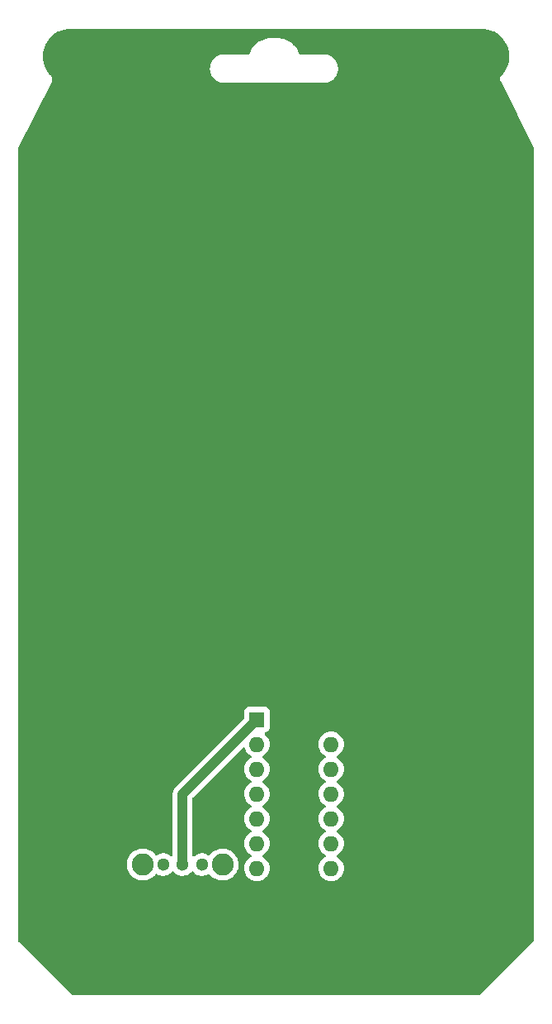
<source format=gbr>
%TF.GenerationSoftware,KiCad,Pcbnew,6.0.9+dfsg-1~bpo11+1*%
%TF.CreationDate,2023-01-21T22:29:26-05:00*%
%TF.ProjectId,cc-19-badge,63632d31-392d-4626-9164-67652e6b6963,rev?*%
%TF.SameCoordinates,Original*%
%TF.FileFunction,Copper,L1,Top*%
%TF.FilePolarity,Positive*%
%FSLAX46Y46*%
G04 Gerber Fmt 4.6, Leading zero omitted, Abs format (unit mm)*
G04 Created by KiCad (PCBNEW 6.0.9+dfsg-1~bpo11+1) date 2023-01-21 22:29:26*
%MOMM*%
%LPD*%
G01*
G04 APERTURE LIST*
%TA.AperFunction,ComponentPad*%
%ADD10C,1.300000*%
%TD*%
%TA.AperFunction,ComponentPad*%
%ADD11C,2.250000*%
%TD*%
%TA.AperFunction,ComponentPad*%
%ADD12R,1.600000X1.600000*%
%TD*%
%TA.AperFunction,ComponentPad*%
%ADD13O,1.600000X1.600000*%
%TD*%
%TA.AperFunction,Conductor*%
%ADD14C,1.000000*%
%TD*%
G04 APERTURE END LIST*
D10*
%TO.P,S1,1,1*%
%TO.N,+3.3V*%
X105442000Y-126111000D03*
%TO.P,S1,2,2*%
%TO.N,Net-(S1-Pad2)*%
X107442000Y-126111000D03*
%TO.P,S1,3,3*%
%TO.N,unconnected-(S1-Pad3)*%
X109442000Y-126111000D03*
D11*
%TO.P,S1,4*%
%TO.N,N/C*%
X103342000Y-126111000D03*
%TO.P,S1,5*%
X111542000Y-126111000D03*
%TD*%
D12*
%TO.P,U1,1,VCC*%
%TO.N,Net-(S1-Pad2)*%
X115062000Y-111252000D03*
D13*
%TO.P,U1,2,XTAL1/PB0*%
%TO.N,unconnected-(U1-Pad2)*%
X115062000Y-113792000D03*
%TO.P,U1,3,XTAL2/PB1*%
%TO.N,unconnected-(U1-Pad3)*%
X115062000Y-116332000D03*
%TO.P,U1,4,~{RESET}/PB3*%
%TO.N,unconnected-(U1-Pad4)*%
X115062000Y-118872000D03*
%TO.P,U1,5,PB2*%
%TO.N,unconnected-(U1-Pad5)*%
X115062000Y-121412000D03*
%TO.P,U1,6,PA7*%
%TO.N,unconnected-(U1-Pad6)*%
X115062000Y-123952000D03*
%TO.P,U1,7,PA6*%
%TO.N,unconnected-(U1-Pad7)*%
X115062000Y-126492000D03*
%TO.P,U1,8,PA5*%
%TO.N,unconnected-(U1-Pad8)*%
X122682000Y-126492000D03*
%TO.P,U1,9,PA4*%
%TO.N,unconnected-(U1-Pad9)*%
X122682000Y-123952000D03*
%TO.P,U1,10,PA3*%
%TO.N,unconnected-(U1-Pad10)*%
X122682000Y-121412000D03*
%TO.P,U1,11,PA2*%
%TO.N,unconnected-(U1-Pad11)*%
X122682000Y-118872000D03*
%TO.P,U1,12,PA1*%
%TO.N,unconnected-(U1-Pad12)*%
X122682000Y-116332000D03*
%TO.P,U1,13,AREF/PA0*%
%TO.N,unconnected-(U1-Pad13)*%
X122682000Y-113792000D03*
%TO.P,U1,14,GND*%
%TO.N,GND*%
X122682000Y-111252000D03*
%TD*%
D14*
%TO.N,Net-(S1-Pad2)*%
X115062000Y-111252000D02*
X107442000Y-118872000D01*
X107442000Y-118872000D02*
X107442000Y-126111000D01*
%TD*%
%TA.AperFunction,Conductor*%
%TO.N,GND*%
G36*
X138146018Y-40515000D02*
G01*
X138160851Y-40517310D01*
X138160855Y-40517310D01*
X138169724Y-40518691D01*
X138187720Y-40516338D01*
X138211116Y-40515472D01*
X138481712Y-40530668D01*
X138495744Y-40532249D01*
X138643193Y-40557302D01*
X138790636Y-40582354D01*
X138804411Y-40585498D01*
X139091837Y-40668304D01*
X139105174Y-40672971D01*
X139274708Y-40743194D01*
X139381521Y-40787437D01*
X139394244Y-40793564D01*
X139656044Y-40938256D01*
X139668000Y-40945769D01*
X139911950Y-41118862D01*
X139922996Y-41127671D01*
X140146026Y-41326982D01*
X140156018Y-41336974D01*
X140355329Y-41560004D01*
X140364138Y-41571050D01*
X140537231Y-41815000D01*
X140544744Y-41826956D01*
X140689434Y-42088752D01*
X140695563Y-42101479D01*
X140736217Y-42199626D01*
X140810029Y-42377826D01*
X140814696Y-42391163D01*
X140897502Y-42678589D01*
X140900646Y-42692364D01*
X140905945Y-42723551D01*
X140947243Y-42966608D01*
X140950750Y-42987251D01*
X140952332Y-43001288D01*
X140958908Y-43118389D01*
X140969103Y-43299935D01*
X140969103Y-43314065D01*
X140963718Y-43409963D01*
X140952395Y-43611594D01*
X140952332Y-43612708D01*
X140950751Y-43626744D01*
X140932273Y-43735497D01*
X140900646Y-43921636D01*
X140897502Y-43935411D01*
X140814696Y-44222837D01*
X140810029Y-44236174D01*
X140782599Y-44302397D01*
X140703220Y-44494037D01*
X140695565Y-44512517D01*
X140689436Y-44525244D01*
X140544744Y-44787044D01*
X140537231Y-44799000D01*
X140364138Y-45042950D01*
X140355329Y-45053996D01*
X140179606Y-45250631D01*
X140159982Y-45268415D01*
X140152070Y-45274195D01*
X140146599Y-45281312D01*
X140146598Y-45281313D01*
X140140418Y-45289352D01*
X140126091Y-45305048D01*
X140118653Y-45311929D01*
X140118649Y-45311934D01*
X140112062Y-45318028D01*
X140107451Y-45325724D01*
X140107447Y-45325729D01*
X140093500Y-45349008D01*
X140085318Y-45361030D01*
X140063299Y-45389675D01*
X140060046Y-45398040D01*
X140060044Y-45398044D01*
X140056372Y-45407488D01*
X140047022Y-45426584D01*
X140041815Y-45435274D01*
X140041814Y-45435277D01*
X140037201Y-45442976D01*
X140028078Y-45477933D01*
X140023602Y-45491758D01*
X140010508Y-45525430D01*
X140009733Y-45534372D01*
X140009733Y-45534374D01*
X140008858Y-45544475D01*
X140005245Y-45565412D01*
X140002685Y-45575222D01*
X140002684Y-45575230D01*
X140000418Y-45583913D01*
X140000680Y-45592886D01*
X140001472Y-45620007D01*
X140001056Y-45634558D01*
X140000827Y-45637204D01*
X139997939Y-45670544D01*
X139999706Y-45679345D01*
X139999706Y-45679350D01*
X140001701Y-45689289D01*
X140004111Y-45710406D01*
X140004669Y-45729508D01*
X140007437Y-45738041D01*
X140015814Y-45763863D01*
X140019498Y-45777946D01*
X140026605Y-45813353D01*
X140059587Y-45876309D01*
X140060418Y-45877925D01*
X143495943Y-52672437D01*
X143509500Y-52729292D01*
X143509500Y-133849183D01*
X143489498Y-133917304D01*
X143472595Y-133938278D01*
X138002278Y-139408595D01*
X137939966Y-139442621D01*
X137913183Y-139445500D01*
X96147817Y-139445500D01*
X96079696Y-139425498D01*
X96058722Y-139408595D01*
X90588405Y-133938278D01*
X90554379Y-133875966D01*
X90551500Y-133849183D01*
X90551500Y-126111000D01*
X101703449Y-126111000D01*
X101723622Y-126367326D01*
X101724776Y-126372133D01*
X101724777Y-126372139D01*
X101754868Y-126497475D01*
X101783645Y-126617340D01*
X101785538Y-126621911D01*
X101785539Y-126621913D01*
X101875430Y-126838928D01*
X101882040Y-126854887D01*
X102016384Y-127074116D01*
X102183369Y-127269631D01*
X102378884Y-127436616D01*
X102598113Y-127570960D01*
X102602683Y-127572853D01*
X102602687Y-127572855D01*
X102745112Y-127631849D01*
X102835660Y-127669355D01*
X102922502Y-127690204D01*
X103080861Y-127728223D01*
X103080867Y-127728224D01*
X103085674Y-127729378D01*
X103342000Y-127749551D01*
X103598326Y-127729378D01*
X103603133Y-127728224D01*
X103603139Y-127728223D01*
X103761498Y-127690204D01*
X103848340Y-127669355D01*
X103938888Y-127631849D01*
X104081313Y-127572855D01*
X104081317Y-127572853D01*
X104085887Y-127570960D01*
X104305116Y-127436616D01*
X104500631Y-127269631D01*
X104580828Y-127175732D01*
X104642277Y-127103785D01*
X104701727Y-127064975D01*
X104772722Y-127064469D01*
X104808090Y-127080850D01*
X104886843Y-127133471D01*
X104892146Y-127135749D01*
X104892149Y-127135751D01*
X104974324Y-127171056D01*
X105082470Y-127217519D01*
X105158316Y-127234681D01*
X105284501Y-127263234D01*
X105284506Y-127263235D01*
X105290138Y-127264509D01*
X105295909Y-127264736D01*
X105295911Y-127264736D01*
X105357252Y-127267146D01*
X105502891Y-127272869D01*
X105508600Y-127272041D01*
X105508604Y-127272041D01*
X105707890Y-127243145D01*
X105707894Y-127243144D01*
X105713605Y-127242316D01*
X105915223Y-127173876D01*
X106100993Y-127069840D01*
X106264693Y-126933693D01*
X106334039Y-126850313D01*
X106343508Y-126838928D01*
X106402445Y-126799344D01*
X106473427Y-126797907D01*
X106533918Y-126835075D01*
X106543278Y-126846775D01*
X106551994Y-126859107D01*
X106557296Y-126866609D01*
X106709809Y-127015181D01*
X106714605Y-127018386D01*
X106714608Y-127018388D01*
X106803646Y-127077881D01*
X106886843Y-127133471D01*
X106892146Y-127135749D01*
X106892149Y-127135751D01*
X106974324Y-127171056D01*
X107082470Y-127217519D01*
X107158316Y-127234681D01*
X107284501Y-127263234D01*
X107284506Y-127263235D01*
X107290138Y-127264509D01*
X107295909Y-127264736D01*
X107295911Y-127264736D01*
X107357252Y-127267146D01*
X107502891Y-127272869D01*
X107508600Y-127272041D01*
X107508604Y-127272041D01*
X107707890Y-127243145D01*
X107707894Y-127243144D01*
X107713605Y-127242316D01*
X107915223Y-127173876D01*
X108100993Y-127069840D01*
X108264693Y-126933693D01*
X108334039Y-126850313D01*
X108343508Y-126838928D01*
X108402445Y-126799344D01*
X108473427Y-126797907D01*
X108533918Y-126835075D01*
X108543278Y-126846775D01*
X108551994Y-126859107D01*
X108557296Y-126866609D01*
X108709809Y-127015181D01*
X108714605Y-127018386D01*
X108714608Y-127018388D01*
X108803646Y-127077881D01*
X108886843Y-127133471D01*
X108892146Y-127135749D01*
X108892149Y-127135751D01*
X108974324Y-127171056D01*
X109082470Y-127217519D01*
X109158316Y-127234681D01*
X109284501Y-127263234D01*
X109284506Y-127263235D01*
X109290138Y-127264509D01*
X109295909Y-127264736D01*
X109295911Y-127264736D01*
X109357252Y-127267146D01*
X109502891Y-127272869D01*
X109508600Y-127272041D01*
X109508604Y-127272041D01*
X109707890Y-127243145D01*
X109707894Y-127243144D01*
X109713605Y-127242316D01*
X109915223Y-127173876D01*
X109983300Y-127135751D01*
X110086359Y-127078036D01*
X110155568Y-127062203D01*
X110222350Y-127086300D01*
X110243735Y-127106140D01*
X110383369Y-127269631D01*
X110578884Y-127436616D01*
X110798113Y-127570960D01*
X110802683Y-127572853D01*
X110802687Y-127572855D01*
X110945112Y-127631849D01*
X111035660Y-127669355D01*
X111122502Y-127690204D01*
X111280861Y-127728223D01*
X111280867Y-127728224D01*
X111285674Y-127729378D01*
X111542000Y-127749551D01*
X111798326Y-127729378D01*
X111803133Y-127728224D01*
X111803139Y-127728223D01*
X111961498Y-127690204D01*
X112048340Y-127669355D01*
X112138888Y-127631849D01*
X112281313Y-127572855D01*
X112281317Y-127572853D01*
X112285887Y-127570960D01*
X112505116Y-127436616D01*
X112700631Y-127269631D01*
X112867616Y-127074116D01*
X113001960Y-126854887D01*
X113008571Y-126838928D01*
X113098461Y-126621913D01*
X113098462Y-126621911D01*
X113100355Y-126617340D01*
X113129132Y-126497475D01*
X113159223Y-126372139D01*
X113159224Y-126372133D01*
X113160378Y-126367326D01*
X113180551Y-126111000D01*
X113160378Y-125854674D01*
X113156913Y-125840238D01*
X113101510Y-125609472D01*
X113100355Y-125604660D01*
X113060005Y-125507246D01*
X113003855Y-125371687D01*
X113003853Y-125371683D01*
X113001960Y-125367113D01*
X112867616Y-125147884D01*
X112700631Y-124952369D01*
X112505116Y-124785384D01*
X112285887Y-124651040D01*
X112281317Y-124649147D01*
X112281313Y-124649145D01*
X112052913Y-124554539D01*
X112052911Y-124554538D01*
X112048340Y-124552645D01*
X111961498Y-124531796D01*
X111803139Y-124493777D01*
X111803133Y-124493776D01*
X111798326Y-124492622D01*
X111542000Y-124472449D01*
X111285674Y-124492622D01*
X111280867Y-124493776D01*
X111280861Y-124493777D01*
X111122502Y-124531796D01*
X111035660Y-124552645D01*
X111031089Y-124554538D01*
X111031087Y-124554539D01*
X110802687Y-124649145D01*
X110802683Y-124649147D01*
X110798113Y-124651040D01*
X110578884Y-124785384D01*
X110383369Y-124952369D01*
X110279191Y-125074347D01*
X110241811Y-125118113D01*
X110182361Y-125156922D01*
X110111366Y-125157430D01*
X110078765Y-125142845D01*
X109975086Y-125077429D01*
X109975084Y-125077428D01*
X109970201Y-125074347D01*
X109772441Y-124995449D01*
X109766781Y-124994323D01*
X109766777Y-124994322D01*
X109569282Y-124955038D01*
X109569280Y-124955038D01*
X109563615Y-124953911D01*
X109557840Y-124953835D01*
X109557836Y-124953835D01*
X109451161Y-124952439D01*
X109350716Y-124951124D01*
X109345019Y-124952103D01*
X109345018Y-124952103D01*
X109146564Y-124986203D01*
X109146561Y-124986204D01*
X109140874Y-124987181D01*
X108941116Y-125060875D01*
X108918472Y-125074347D01*
X108771618Y-125161717D01*
X108758134Y-125169739D01*
X108689604Y-125229838D01*
X108659577Y-125256171D01*
X108595173Y-125286048D01*
X108524840Y-125276362D01*
X108470909Y-125230189D01*
X108450500Y-125161439D01*
X108450500Y-119341925D01*
X108470502Y-119273804D01*
X108487405Y-119252830D01*
X113603930Y-114136304D01*
X113666242Y-114102278D01*
X113737057Y-114107343D01*
X113793893Y-114149890D01*
X113814731Y-114192787D01*
X113826290Y-114235925D01*
X113826293Y-114235933D01*
X113827716Y-114241243D01*
X113830039Y-114246224D01*
X113830039Y-114246225D01*
X113922151Y-114443762D01*
X113922154Y-114443767D01*
X113924477Y-114448749D01*
X114055802Y-114636300D01*
X114217700Y-114798198D01*
X114222208Y-114801355D01*
X114222211Y-114801357D01*
X114300389Y-114856098D01*
X114405251Y-114929523D01*
X114410233Y-114931846D01*
X114410238Y-114931849D01*
X114444457Y-114947805D01*
X114497742Y-114994722D01*
X114517203Y-115062999D01*
X114496661Y-115130959D01*
X114444457Y-115176195D01*
X114410238Y-115192151D01*
X114410233Y-115192154D01*
X114405251Y-115194477D01*
X114300389Y-115267902D01*
X114222211Y-115322643D01*
X114222208Y-115322645D01*
X114217700Y-115325802D01*
X114055802Y-115487700D01*
X113924477Y-115675251D01*
X113922154Y-115680233D01*
X113922151Y-115680238D01*
X113830039Y-115877775D01*
X113827716Y-115882757D01*
X113768457Y-116103913D01*
X113748502Y-116332000D01*
X113768457Y-116560087D01*
X113827716Y-116781243D01*
X113830039Y-116786224D01*
X113830039Y-116786225D01*
X113922151Y-116983762D01*
X113922154Y-116983767D01*
X113924477Y-116988749D01*
X114055802Y-117176300D01*
X114217700Y-117338198D01*
X114222208Y-117341355D01*
X114222211Y-117341357D01*
X114300389Y-117396098D01*
X114405251Y-117469523D01*
X114410233Y-117471846D01*
X114410238Y-117471849D01*
X114444457Y-117487805D01*
X114497742Y-117534722D01*
X114517203Y-117602999D01*
X114496661Y-117670959D01*
X114444457Y-117716195D01*
X114410238Y-117732151D01*
X114410233Y-117732154D01*
X114405251Y-117734477D01*
X114300389Y-117807902D01*
X114222211Y-117862643D01*
X114222208Y-117862645D01*
X114217700Y-117865802D01*
X114055802Y-118027700D01*
X113924477Y-118215251D01*
X113922154Y-118220233D01*
X113922151Y-118220238D01*
X113842651Y-118390728D01*
X113827716Y-118422757D01*
X113826294Y-118428065D01*
X113826293Y-118428067D01*
X113787554Y-118572642D01*
X113768457Y-118643913D01*
X113748502Y-118872000D01*
X113768457Y-119100087D01*
X113769881Y-119105400D01*
X113769881Y-119105402D01*
X113815005Y-119273804D01*
X113827716Y-119321243D01*
X113830039Y-119326224D01*
X113830039Y-119326225D01*
X113922151Y-119523762D01*
X113922154Y-119523767D01*
X113924477Y-119528749D01*
X114055802Y-119716300D01*
X114217700Y-119878198D01*
X114222208Y-119881355D01*
X114222211Y-119881357D01*
X114300389Y-119936098D01*
X114405251Y-120009523D01*
X114410233Y-120011846D01*
X114410238Y-120011849D01*
X114444457Y-120027805D01*
X114497742Y-120074722D01*
X114517203Y-120142999D01*
X114496661Y-120210959D01*
X114444457Y-120256195D01*
X114410238Y-120272151D01*
X114410233Y-120272154D01*
X114405251Y-120274477D01*
X114300389Y-120347902D01*
X114222211Y-120402643D01*
X114222208Y-120402645D01*
X114217700Y-120405802D01*
X114055802Y-120567700D01*
X113924477Y-120755251D01*
X113922154Y-120760233D01*
X113922151Y-120760238D01*
X113830039Y-120957775D01*
X113827716Y-120962757D01*
X113768457Y-121183913D01*
X113748502Y-121412000D01*
X113768457Y-121640087D01*
X113827716Y-121861243D01*
X113830039Y-121866224D01*
X113830039Y-121866225D01*
X113922151Y-122063762D01*
X113922154Y-122063767D01*
X113924477Y-122068749D01*
X114055802Y-122256300D01*
X114217700Y-122418198D01*
X114222208Y-122421355D01*
X114222211Y-122421357D01*
X114300389Y-122476098D01*
X114405251Y-122549523D01*
X114410233Y-122551846D01*
X114410238Y-122551849D01*
X114444457Y-122567805D01*
X114497742Y-122614722D01*
X114517203Y-122682999D01*
X114496661Y-122750959D01*
X114444457Y-122796195D01*
X114410238Y-122812151D01*
X114410233Y-122812154D01*
X114405251Y-122814477D01*
X114300389Y-122887902D01*
X114222211Y-122942643D01*
X114222208Y-122942645D01*
X114217700Y-122945802D01*
X114055802Y-123107700D01*
X113924477Y-123295251D01*
X113922154Y-123300233D01*
X113922151Y-123300238D01*
X113830039Y-123497775D01*
X113827716Y-123502757D01*
X113768457Y-123723913D01*
X113748502Y-123952000D01*
X113768457Y-124180087D01*
X113827716Y-124401243D01*
X113830039Y-124406224D01*
X113830039Y-124406225D01*
X113922151Y-124603762D01*
X113922154Y-124603767D01*
X113924477Y-124608749D01*
X113997902Y-124713611D01*
X114048159Y-124785384D01*
X114055802Y-124796300D01*
X114217700Y-124958198D01*
X114222208Y-124961355D01*
X114222211Y-124961357D01*
X114257695Y-124986203D01*
X114405251Y-125089523D01*
X114410233Y-125091846D01*
X114410238Y-125091849D01*
X114444457Y-125107805D01*
X114497742Y-125154722D01*
X114517203Y-125222999D01*
X114496661Y-125290959D01*
X114444457Y-125336195D01*
X114410238Y-125352151D01*
X114410233Y-125352154D01*
X114405251Y-125354477D01*
X114380673Y-125371687D01*
X114222211Y-125482643D01*
X114222208Y-125482645D01*
X114217700Y-125485802D01*
X114055802Y-125647700D01*
X113924477Y-125835251D01*
X113922154Y-125840233D01*
X113922151Y-125840238D01*
X113913119Y-125859608D01*
X113827716Y-126042757D01*
X113768457Y-126263913D01*
X113748502Y-126492000D01*
X113768457Y-126720087D01*
X113769881Y-126725400D01*
X113769881Y-126725402D01*
X113805708Y-126859107D01*
X113827716Y-126941243D01*
X113830039Y-126946224D01*
X113830039Y-126946225D01*
X113922151Y-127143762D01*
X113922154Y-127143767D01*
X113924477Y-127148749D01*
X113973523Y-127218794D01*
X114011370Y-127272844D01*
X114055802Y-127336300D01*
X114217700Y-127498198D01*
X114222208Y-127501355D01*
X114222211Y-127501357D01*
X114300389Y-127556098D01*
X114405251Y-127629523D01*
X114410233Y-127631846D01*
X114410238Y-127631849D01*
X114493148Y-127670510D01*
X114612757Y-127726284D01*
X114618065Y-127727706D01*
X114618067Y-127727707D01*
X114828598Y-127784119D01*
X114828600Y-127784119D01*
X114833913Y-127785543D01*
X115062000Y-127805498D01*
X115290087Y-127785543D01*
X115295400Y-127784119D01*
X115295402Y-127784119D01*
X115505933Y-127727707D01*
X115505935Y-127727706D01*
X115511243Y-127726284D01*
X115630852Y-127670510D01*
X115713762Y-127631849D01*
X115713767Y-127631846D01*
X115718749Y-127629523D01*
X115823611Y-127556098D01*
X115901789Y-127501357D01*
X115901792Y-127501355D01*
X115906300Y-127498198D01*
X116068198Y-127336300D01*
X116112631Y-127272844D01*
X116150477Y-127218794D01*
X116199523Y-127148749D01*
X116201846Y-127143767D01*
X116201849Y-127143762D01*
X116293961Y-126946225D01*
X116293961Y-126946224D01*
X116296284Y-126941243D01*
X116318293Y-126859107D01*
X116354119Y-126725402D01*
X116354119Y-126725400D01*
X116355543Y-126720087D01*
X116375498Y-126492000D01*
X121368502Y-126492000D01*
X121388457Y-126720087D01*
X121389881Y-126725400D01*
X121389881Y-126725402D01*
X121425708Y-126859107D01*
X121447716Y-126941243D01*
X121450039Y-126946224D01*
X121450039Y-126946225D01*
X121542151Y-127143762D01*
X121542154Y-127143767D01*
X121544477Y-127148749D01*
X121593523Y-127218794D01*
X121631370Y-127272844D01*
X121675802Y-127336300D01*
X121837700Y-127498198D01*
X121842208Y-127501355D01*
X121842211Y-127501357D01*
X121920389Y-127556098D01*
X122025251Y-127629523D01*
X122030233Y-127631846D01*
X122030238Y-127631849D01*
X122113148Y-127670510D01*
X122232757Y-127726284D01*
X122238065Y-127727706D01*
X122238067Y-127727707D01*
X122448598Y-127784119D01*
X122448600Y-127784119D01*
X122453913Y-127785543D01*
X122682000Y-127805498D01*
X122910087Y-127785543D01*
X122915400Y-127784119D01*
X122915402Y-127784119D01*
X123125933Y-127727707D01*
X123125935Y-127727706D01*
X123131243Y-127726284D01*
X123250852Y-127670510D01*
X123333762Y-127631849D01*
X123333767Y-127631846D01*
X123338749Y-127629523D01*
X123443611Y-127556098D01*
X123521789Y-127501357D01*
X123521792Y-127501355D01*
X123526300Y-127498198D01*
X123688198Y-127336300D01*
X123732631Y-127272844D01*
X123770477Y-127218794D01*
X123819523Y-127148749D01*
X123821846Y-127143767D01*
X123821849Y-127143762D01*
X123913961Y-126946225D01*
X123913961Y-126946224D01*
X123916284Y-126941243D01*
X123938293Y-126859107D01*
X123974119Y-126725402D01*
X123974119Y-126725400D01*
X123975543Y-126720087D01*
X123995498Y-126492000D01*
X123975543Y-126263913D01*
X123916284Y-126042757D01*
X123830881Y-125859608D01*
X123821849Y-125840238D01*
X123821846Y-125840233D01*
X123819523Y-125835251D01*
X123688198Y-125647700D01*
X123526300Y-125485802D01*
X123521792Y-125482645D01*
X123521789Y-125482643D01*
X123363327Y-125371687D01*
X123338749Y-125354477D01*
X123333767Y-125352154D01*
X123333762Y-125352151D01*
X123299543Y-125336195D01*
X123246258Y-125289278D01*
X123226797Y-125221001D01*
X123247339Y-125153041D01*
X123299543Y-125107805D01*
X123333762Y-125091849D01*
X123333767Y-125091846D01*
X123338749Y-125089523D01*
X123486305Y-124986203D01*
X123521789Y-124961357D01*
X123521792Y-124961355D01*
X123526300Y-124958198D01*
X123688198Y-124796300D01*
X123695842Y-124785384D01*
X123746098Y-124713611D01*
X123819523Y-124608749D01*
X123821846Y-124603767D01*
X123821849Y-124603762D01*
X123913961Y-124406225D01*
X123913961Y-124406224D01*
X123916284Y-124401243D01*
X123975543Y-124180087D01*
X123995498Y-123952000D01*
X123975543Y-123723913D01*
X123916284Y-123502757D01*
X123913961Y-123497775D01*
X123821849Y-123300238D01*
X123821846Y-123300233D01*
X123819523Y-123295251D01*
X123688198Y-123107700D01*
X123526300Y-122945802D01*
X123521792Y-122942645D01*
X123521789Y-122942643D01*
X123443611Y-122887902D01*
X123338749Y-122814477D01*
X123333767Y-122812154D01*
X123333762Y-122812151D01*
X123299543Y-122796195D01*
X123246258Y-122749278D01*
X123226797Y-122681001D01*
X123247339Y-122613041D01*
X123299543Y-122567805D01*
X123333762Y-122551849D01*
X123333767Y-122551846D01*
X123338749Y-122549523D01*
X123443611Y-122476098D01*
X123521789Y-122421357D01*
X123521792Y-122421355D01*
X123526300Y-122418198D01*
X123688198Y-122256300D01*
X123819523Y-122068749D01*
X123821846Y-122063767D01*
X123821849Y-122063762D01*
X123913961Y-121866225D01*
X123913961Y-121866224D01*
X123916284Y-121861243D01*
X123975543Y-121640087D01*
X123995498Y-121412000D01*
X123975543Y-121183913D01*
X123916284Y-120962757D01*
X123913961Y-120957775D01*
X123821849Y-120760238D01*
X123821846Y-120760233D01*
X123819523Y-120755251D01*
X123688198Y-120567700D01*
X123526300Y-120405802D01*
X123521792Y-120402645D01*
X123521789Y-120402643D01*
X123443611Y-120347902D01*
X123338749Y-120274477D01*
X123333767Y-120272154D01*
X123333762Y-120272151D01*
X123299543Y-120256195D01*
X123246258Y-120209278D01*
X123226797Y-120141001D01*
X123247339Y-120073041D01*
X123299543Y-120027805D01*
X123333762Y-120011849D01*
X123333767Y-120011846D01*
X123338749Y-120009523D01*
X123443611Y-119936098D01*
X123521789Y-119881357D01*
X123521792Y-119881355D01*
X123526300Y-119878198D01*
X123688198Y-119716300D01*
X123819523Y-119528749D01*
X123821846Y-119523767D01*
X123821849Y-119523762D01*
X123913961Y-119326225D01*
X123913961Y-119326224D01*
X123916284Y-119321243D01*
X123928996Y-119273804D01*
X123974119Y-119105402D01*
X123974119Y-119105400D01*
X123975543Y-119100087D01*
X123995498Y-118872000D01*
X123975543Y-118643913D01*
X123956446Y-118572642D01*
X123917707Y-118428067D01*
X123917706Y-118428065D01*
X123916284Y-118422757D01*
X123901349Y-118390728D01*
X123821849Y-118220238D01*
X123821846Y-118220233D01*
X123819523Y-118215251D01*
X123688198Y-118027700D01*
X123526300Y-117865802D01*
X123521792Y-117862645D01*
X123521789Y-117862643D01*
X123443611Y-117807902D01*
X123338749Y-117734477D01*
X123333767Y-117732154D01*
X123333762Y-117732151D01*
X123299543Y-117716195D01*
X123246258Y-117669278D01*
X123226797Y-117601001D01*
X123247339Y-117533041D01*
X123299543Y-117487805D01*
X123333762Y-117471849D01*
X123333767Y-117471846D01*
X123338749Y-117469523D01*
X123443611Y-117396098D01*
X123521789Y-117341357D01*
X123521792Y-117341355D01*
X123526300Y-117338198D01*
X123688198Y-117176300D01*
X123819523Y-116988749D01*
X123821846Y-116983767D01*
X123821849Y-116983762D01*
X123913961Y-116786225D01*
X123913961Y-116786224D01*
X123916284Y-116781243D01*
X123975543Y-116560087D01*
X123995498Y-116332000D01*
X123975543Y-116103913D01*
X123916284Y-115882757D01*
X123913961Y-115877775D01*
X123821849Y-115680238D01*
X123821846Y-115680233D01*
X123819523Y-115675251D01*
X123688198Y-115487700D01*
X123526300Y-115325802D01*
X123521792Y-115322645D01*
X123521789Y-115322643D01*
X123443611Y-115267902D01*
X123338749Y-115194477D01*
X123333767Y-115192154D01*
X123333762Y-115192151D01*
X123299543Y-115176195D01*
X123246258Y-115129278D01*
X123226797Y-115061001D01*
X123247339Y-114993041D01*
X123299543Y-114947805D01*
X123333762Y-114931849D01*
X123333767Y-114931846D01*
X123338749Y-114929523D01*
X123443611Y-114856098D01*
X123521789Y-114801357D01*
X123521792Y-114801355D01*
X123526300Y-114798198D01*
X123688198Y-114636300D01*
X123819523Y-114448749D01*
X123821846Y-114443767D01*
X123821849Y-114443762D01*
X123913961Y-114246225D01*
X123913961Y-114246224D01*
X123916284Y-114241243D01*
X123975543Y-114020087D01*
X123995498Y-113792000D01*
X123975543Y-113563913D01*
X123916284Y-113342757D01*
X123913961Y-113337775D01*
X123821849Y-113140238D01*
X123821846Y-113140233D01*
X123819523Y-113135251D01*
X123688198Y-112947700D01*
X123526300Y-112785802D01*
X123521792Y-112782645D01*
X123521789Y-112782643D01*
X123443611Y-112727902D01*
X123338749Y-112654477D01*
X123333767Y-112652154D01*
X123333762Y-112652151D01*
X123136225Y-112560039D01*
X123136224Y-112560039D01*
X123131243Y-112557716D01*
X123125935Y-112556294D01*
X123125933Y-112556293D01*
X122915402Y-112499881D01*
X122915400Y-112499881D01*
X122910087Y-112498457D01*
X122682000Y-112478502D01*
X122453913Y-112498457D01*
X122448600Y-112499881D01*
X122448598Y-112499881D01*
X122238067Y-112556293D01*
X122238065Y-112556294D01*
X122232757Y-112557716D01*
X122227776Y-112560039D01*
X122227775Y-112560039D01*
X122030238Y-112652151D01*
X122030233Y-112652154D01*
X122025251Y-112654477D01*
X121920389Y-112727902D01*
X121842211Y-112782643D01*
X121842208Y-112782645D01*
X121837700Y-112785802D01*
X121675802Y-112947700D01*
X121544477Y-113135251D01*
X121542154Y-113140233D01*
X121542151Y-113140238D01*
X121450039Y-113337775D01*
X121447716Y-113342757D01*
X121388457Y-113563913D01*
X121368502Y-113792000D01*
X121388457Y-114020087D01*
X121447716Y-114241243D01*
X121450039Y-114246224D01*
X121450039Y-114246225D01*
X121542151Y-114443762D01*
X121542154Y-114443767D01*
X121544477Y-114448749D01*
X121675802Y-114636300D01*
X121837700Y-114798198D01*
X121842208Y-114801355D01*
X121842211Y-114801357D01*
X121920389Y-114856098D01*
X122025251Y-114929523D01*
X122030233Y-114931846D01*
X122030238Y-114931849D01*
X122064457Y-114947805D01*
X122117742Y-114994722D01*
X122137203Y-115062999D01*
X122116661Y-115130959D01*
X122064457Y-115176195D01*
X122030238Y-115192151D01*
X122030233Y-115192154D01*
X122025251Y-115194477D01*
X121920389Y-115267902D01*
X121842211Y-115322643D01*
X121842208Y-115322645D01*
X121837700Y-115325802D01*
X121675802Y-115487700D01*
X121544477Y-115675251D01*
X121542154Y-115680233D01*
X121542151Y-115680238D01*
X121450039Y-115877775D01*
X121447716Y-115882757D01*
X121388457Y-116103913D01*
X121368502Y-116332000D01*
X121388457Y-116560087D01*
X121447716Y-116781243D01*
X121450039Y-116786224D01*
X121450039Y-116786225D01*
X121542151Y-116983762D01*
X121542154Y-116983767D01*
X121544477Y-116988749D01*
X121675802Y-117176300D01*
X121837700Y-117338198D01*
X121842208Y-117341355D01*
X121842211Y-117341357D01*
X121920389Y-117396098D01*
X122025251Y-117469523D01*
X122030233Y-117471846D01*
X122030238Y-117471849D01*
X122064457Y-117487805D01*
X122117742Y-117534722D01*
X122137203Y-117602999D01*
X122116661Y-117670959D01*
X122064457Y-117716195D01*
X122030238Y-117732151D01*
X122030233Y-117732154D01*
X122025251Y-117734477D01*
X121920389Y-117807902D01*
X121842211Y-117862643D01*
X121842208Y-117862645D01*
X121837700Y-117865802D01*
X121675802Y-118027700D01*
X121544477Y-118215251D01*
X121542154Y-118220233D01*
X121542151Y-118220238D01*
X121462651Y-118390728D01*
X121447716Y-118422757D01*
X121446294Y-118428065D01*
X121446293Y-118428067D01*
X121407554Y-118572642D01*
X121388457Y-118643913D01*
X121368502Y-118872000D01*
X121388457Y-119100087D01*
X121389881Y-119105400D01*
X121389881Y-119105402D01*
X121435005Y-119273804D01*
X121447716Y-119321243D01*
X121450039Y-119326224D01*
X121450039Y-119326225D01*
X121542151Y-119523762D01*
X121542154Y-119523767D01*
X121544477Y-119528749D01*
X121675802Y-119716300D01*
X121837700Y-119878198D01*
X121842208Y-119881355D01*
X121842211Y-119881357D01*
X121920389Y-119936098D01*
X122025251Y-120009523D01*
X122030233Y-120011846D01*
X122030238Y-120011849D01*
X122064457Y-120027805D01*
X122117742Y-120074722D01*
X122137203Y-120142999D01*
X122116661Y-120210959D01*
X122064457Y-120256195D01*
X122030238Y-120272151D01*
X122030233Y-120272154D01*
X122025251Y-120274477D01*
X121920389Y-120347902D01*
X121842211Y-120402643D01*
X121842208Y-120402645D01*
X121837700Y-120405802D01*
X121675802Y-120567700D01*
X121544477Y-120755251D01*
X121542154Y-120760233D01*
X121542151Y-120760238D01*
X121450039Y-120957775D01*
X121447716Y-120962757D01*
X121388457Y-121183913D01*
X121368502Y-121412000D01*
X121388457Y-121640087D01*
X121447716Y-121861243D01*
X121450039Y-121866224D01*
X121450039Y-121866225D01*
X121542151Y-122063762D01*
X121542154Y-122063767D01*
X121544477Y-122068749D01*
X121675802Y-122256300D01*
X121837700Y-122418198D01*
X121842208Y-122421355D01*
X121842211Y-122421357D01*
X121920389Y-122476098D01*
X122025251Y-122549523D01*
X122030233Y-122551846D01*
X122030238Y-122551849D01*
X122064457Y-122567805D01*
X122117742Y-122614722D01*
X122137203Y-122682999D01*
X122116661Y-122750959D01*
X122064457Y-122796195D01*
X122030238Y-122812151D01*
X122030233Y-122812154D01*
X122025251Y-122814477D01*
X121920389Y-122887902D01*
X121842211Y-122942643D01*
X121842208Y-122942645D01*
X121837700Y-122945802D01*
X121675802Y-123107700D01*
X121544477Y-123295251D01*
X121542154Y-123300233D01*
X121542151Y-123300238D01*
X121450039Y-123497775D01*
X121447716Y-123502757D01*
X121388457Y-123723913D01*
X121368502Y-123952000D01*
X121388457Y-124180087D01*
X121447716Y-124401243D01*
X121450039Y-124406224D01*
X121450039Y-124406225D01*
X121542151Y-124603762D01*
X121542154Y-124603767D01*
X121544477Y-124608749D01*
X121617902Y-124713611D01*
X121668159Y-124785384D01*
X121675802Y-124796300D01*
X121837700Y-124958198D01*
X121842208Y-124961355D01*
X121842211Y-124961357D01*
X121877695Y-124986203D01*
X122025251Y-125089523D01*
X122030233Y-125091846D01*
X122030238Y-125091849D01*
X122064457Y-125107805D01*
X122117742Y-125154722D01*
X122137203Y-125222999D01*
X122116661Y-125290959D01*
X122064457Y-125336195D01*
X122030238Y-125352151D01*
X122030233Y-125352154D01*
X122025251Y-125354477D01*
X122000673Y-125371687D01*
X121842211Y-125482643D01*
X121842208Y-125482645D01*
X121837700Y-125485802D01*
X121675802Y-125647700D01*
X121544477Y-125835251D01*
X121542154Y-125840233D01*
X121542151Y-125840238D01*
X121533119Y-125859608D01*
X121447716Y-126042757D01*
X121388457Y-126263913D01*
X121368502Y-126492000D01*
X116375498Y-126492000D01*
X116355543Y-126263913D01*
X116296284Y-126042757D01*
X116210881Y-125859608D01*
X116201849Y-125840238D01*
X116201846Y-125840233D01*
X116199523Y-125835251D01*
X116068198Y-125647700D01*
X115906300Y-125485802D01*
X115901792Y-125482645D01*
X115901789Y-125482643D01*
X115743327Y-125371687D01*
X115718749Y-125354477D01*
X115713767Y-125352154D01*
X115713762Y-125352151D01*
X115679543Y-125336195D01*
X115626258Y-125289278D01*
X115606797Y-125221001D01*
X115627339Y-125153041D01*
X115679543Y-125107805D01*
X115713762Y-125091849D01*
X115713767Y-125091846D01*
X115718749Y-125089523D01*
X115866305Y-124986203D01*
X115901789Y-124961357D01*
X115901792Y-124961355D01*
X115906300Y-124958198D01*
X116068198Y-124796300D01*
X116075842Y-124785384D01*
X116126098Y-124713611D01*
X116199523Y-124608749D01*
X116201846Y-124603767D01*
X116201849Y-124603762D01*
X116293961Y-124406225D01*
X116293961Y-124406224D01*
X116296284Y-124401243D01*
X116355543Y-124180087D01*
X116375498Y-123952000D01*
X116355543Y-123723913D01*
X116296284Y-123502757D01*
X116293961Y-123497775D01*
X116201849Y-123300238D01*
X116201846Y-123300233D01*
X116199523Y-123295251D01*
X116068198Y-123107700D01*
X115906300Y-122945802D01*
X115901792Y-122942645D01*
X115901789Y-122942643D01*
X115823611Y-122887902D01*
X115718749Y-122814477D01*
X115713767Y-122812154D01*
X115713762Y-122812151D01*
X115679543Y-122796195D01*
X115626258Y-122749278D01*
X115606797Y-122681001D01*
X115627339Y-122613041D01*
X115679543Y-122567805D01*
X115713762Y-122551849D01*
X115713767Y-122551846D01*
X115718749Y-122549523D01*
X115823611Y-122476098D01*
X115901789Y-122421357D01*
X115901792Y-122421355D01*
X115906300Y-122418198D01*
X116068198Y-122256300D01*
X116199523Y-122068749D01*
X116201846Y-122063767D01*
X116201849Y-122063762D01*
X116293961Y-121866225D01*
X116293961Y-121866224D01*
X116296284Y-121861243D01*
X116355543Y-121640087D01*
X116375498Y-121412000D01*
X116355543Y-121183913D01*
X116296284Y-120962757D01*
X116293961Y-120957775D01*
X116201849Y-120760238D01*
X116201846Y-120760233D01*
X116199523Y-120755251D01*
X116068198Y-120567700D01*
X115906300Y-120405802D01*
X115901792Y-120402645D01*
X115901789Y-120402643D01*
X115823611Y-120347902D01*
X115718749Y-120274477D01*
X115713767Y-120272154D01*
X115713762Y-120272151D01*
X115679543Y-120256195D01*
X115626258Y-120209278D01*
X115606797Y-120141001D01*
X115627339Y-120073041D01*
X115679543Y-120027805D01*
X115713762Y-120011849D01*
X115713767Y-120011846D01*
X115718749Y-120009523D01*
X115823611Y-119936098D01*
X115901789Y-119881357D01*
X115901792Y-119881355D01*
X115906300Y-119878198D01*
X116068198Y-119716300D01*
X116199523Y-119528749D01*
X116201846Y-119523767D01*
X116201849Y-119523762D01*
X116293961Y-119326225D01*
X116293961Y-119326224D01*
X116296284Y-119321243D01*
X116308996Y-119273804D01*
X116354119Y-119105402D01*
X116354119Y-119105400D01*
X116355543Y-119100087D01*
X116375498Y-118872000D01*
X116355543Y-118643913D01*
X116336446Y-118572642D01*
X116297707Y-118428067D01*
X116297706Y-118428065D01*
X116296284Y-118422757D01*
X116281349Y-118390728D01*
X116201849Y-118220238D01*
X116201846Y-118220233D01*
X116199523Y-118215251D01*
X116068198Y-118027700D01*
X115906300Y-117865802D01*
X115901792Y-117862645D01*
X115901789Y-117862643D01*
X115823611Y-117807902D01*
X115718749Y-117734477D01*
X115713767Y-117732154D01*
X115713762Y-117732151D01*
X115679543Y-117716195D01*
X115626258Y-117669278D01*
X115606797Y-117601001D01*
X115627339Y-117533041D01*
X115679543Y-117487805D01*
X115713762Y-117471849D01*
X115713767Y-117471846D01*
X115718749Y-117469523D01*
X115823611Y-117396098D01*
X115901789Y-117341357D01*
X115901792Y-117341355D01*
X115906300Y-117338198D01*
X116068198Y-117176300D01*
X116199523Y-116988749D01*
X116201846Y-116983767D01*
X116201849Y-116983762D01*
X116293961Y-116786225D01*
X116293961Y-116786224D01*
X116296284Y-116781243D01*
X116355543Y-116560087D01*
X116375498Y-116332000D01*
X116355543Y-116103913D01*
X116296284Y-115882757D01*
X116293961Y-115877775D01*
X116201849Y-115680238D01*
X116201846Y-115680233D01*
X116199523Y-115675251D01*
X116068198Y-115487700D01*
X115906300Y-115325802D01*
X115901792Y-115322645D01*
X115901789Y-115322643D01*
X115823611Y-115267902D01*
X115718749Y-115194477D01*
X115713767Y-115192154D01*
X115713762Y-115192151D01*
X115679543Y-115176195D01*
X115626258Y-115129278D01*
X115606797Y-115061001D01*
X115627339Y-114993041D01*
X115679543Y-114947805D01*
X115713762Y-114931849D01*
X115713767Y-114931846D01*
X115718749Y-114929523D01*
X115823611Y-114856098D01*
X115901789Y-114801357D01*
X115901792Y-114801355D01*
X115906300Y-114798198D01*
X116068198Y-114636300D01*
X116199523Y-114448749D01*
X116201846Y-114443767D01*
X116201849Y-114443762D01*
X116293961Y-114246225D01*
X116293961Y-114246224D01*
X116296284Y-114241243D01*
X116355543Y-114020087D01*
X116375498Y-113792000D01*
X116355543Y-113563913D01*
X116296284Y-113342757D01*
X116293961Y-113337775D01*
X116201849Y-113140238D01*
X116201846Y-113140233D01*
X116199523Y-113135251D01*
X116068198Y-112947700D01*
X115906300Y-112785802D01*
X115901789Y-112782643D01*
X115897576Y-112779108D01*
X115898527Y-112777974D01*
X115858529Y-112727929D01*
X115851224Y-112657310D01*
X115883258Y-112593951D01*
X115944462Y-112557970D01*
X115961517Y-112554918D01*
X115972316Y-112553745D01*
X116108705Y-112502615D01*
X116225261Y-112415261D01*
X116312615Y-112298705D01*
X116363745Y-112162316D01*
X116370500Y-112100134D01*
X116370500Y-110403866D01*
X116363745Y-110341684D01*
X116312615Y-110205295D01*
X116225261Y-110088739D01*
X116108705Y-110001385D01*
X115972316Y-109950255D01*
X115910134Y-109943500D01*
X114213866Y-109943500D01*
X114151684Y-109950255D01*
X114015295Y-110001385D01*
X113898739Y-110088739D01*
X113811385Y-110205295D01*
X113760255Y-110341684D01*
X113753500Y-110403866D01*
X113753500Y-111082075D01*
X113733498Y-111150196D01*
X113716595Y-111171170D01*
X106772621Y-118115145D01*
X106762478Y-118124247D01*
X106732975Y-118147968D01*
X106729008Y-118152696D01*
X106700709Y-118186421D01*
X106697528Y-118190069D01*
X106695885Y-118191881D01*
X106693691Y-118194075D01*
X106666358Y-118227349D01*
X106665696Y-118228147D01*
X106605846Y-118299474D01*
X106603278Y-118304144D01*
X106599897Y-118308261D01*
X106568860Y-118366145D01*
X106556023Y-118390086D01*
X106555394Y-118391245D01*
X106513538Y-118467381D01*
X106513535Y-118467389D01*
X106510567Y-118472787D01*
X106508955Y-118477869D01*
X106506438Y-118482563D01*
X106479238Y-118571531D01*
X106478918Y-118572559D01*
X106450765Y-118661306D01*
X106450171Y-118666602D01*
X106448613Y-118671698D01*
X106447990Y-118677834D01*
X106439218Y-118764187D01*
X106439089Y-118765393D01*
X106433500Y-118815227D01*
X106433500Y-118818754D01*
X106433445Y-118819739D01*
X106432998Y-118825419D01*
X106428626Y-118868462D01*
X106429206Y-118874593D01*
X106432941Y-118914109D01*
X106433500Y-118925967D01*
X106433500Y-125161717D01*
X106413498Y-125229838D01*
X106359842Y-125276331D01*
X106289568Y-125286435D01*
X106221972Y-125254242D01*
X106154517Y-125191888D01*
X106150271Y-125187963D01*
X105970201Y-125074347D01*
X105772441Y-124995449D01*
X105766781Y-124994323D01*
X105766777Y-124994322D01*
X105569282Y-124955038D01*
X105569280Y-124955038D01*
X105563615Y-124953911D01*
X105557840Y-124953835D01*
X105557836Y-124953835D01*
X105451161Y-124952439D01*
X105350716Y-124951124D01*
X105345019Y-124952103D01*
X105345018Y-124952103D01*
X105146564Y-124986203D01*
X105146561Y-124986204D01*
X105140874Y-124987181D01*
X104941116Y-125060875D01*
X104918472Y-125074347D01*
X104801756Y-125143786D01*
X104732986Y-125161426D01*
X104665596Y-125139086D01*
X104641522Y-125117332D01*
X104633385Y-125107805D01*
X104500631Y-124952369D01*
X104305116Y-124785384D01*
X104085887Y-124651040D01*
X104081317Y-124649147D01*
X104081313Y-124649145D01*
X103852913Y-124554539D01*
X103852911Y-124554538D01*
X103848340Y-124552645D01*
X103761498Y-124531796D01*
X103603139Y-124493777D01*
X103603133Y-124493776D01*
X103598326Y-124492622D01*
X103342000Y-124472449D01*
X103085674Y-124492622D01*
X103080867Y-124493776D01*
X103080861Y-124493777D01*
X102922502Y-124531796D01*
X102835660Y-124552645D01*
X102831089Y-124554538D01*
X102831087Y-124554539D01*
X102602687Y-124649145D01*
X102602683Y-124649147D01*
X102598113Y-124651040D01*
X102378884Y-124785384D01*
X102183369Y-124952369D01*
X102016384Y-125147884D01*
X101882040Y-125367113D01*
X101880147Y-125371683D01*
X101880145Y-125371687D01*
X101823995Y-125507246D01*
X101783645Y-125604660D01*
X101782490Y-125609472D01*
X101727088Y-125840238D01*
X101723622Y-125854674D01*
X101703449Y-126111000D01*
X90551500Y-126111000D01*
X90551500Y-52729290D01*
X90565057Y-52672435D01*
X93997881Y-45883265D01*
X94000175Y-45878938D01*
X94004704Y-45870784D01*
X94030061Y-45825134D01*
X94038889Y-45786118D01*
X94042414Y-45773590D01*
X94052350Y-45744190D01*
X94052351Y-45744184D01*
X94055223Y-45735686D01*
X94055852Y-45720490D01*
X94058852Y-45697892D01*
X94060226Y-45691820D01*
X94062207Y-45683067D01*
X94059730Y-45643142D01*
X94059596Y-45630124D01*
X94060038Y-45619442D01*
X94061252Y-45590153D01*
X94059093Y-45581445D01*
X94059092Y-45581439D01*
X94057592Y-45575393D01*
X94054129Y-45552862D01*
X94053744Y-45546654D01*
X94053188Y-45537690D01*
X94047075Y-45520755D01*
X94039604Y-45500063D01*
X94035821Y-45487601D01*
X94032304Y-45473418D01*
X94026194Y-45448778D01*
X94018536Y-45435634D01*
X94008893Y-45414989D01*
X94006779Y-45409133D01*
X94006778Y-45409130D01*
X94003729Y-45400686D01*
X93998353Y-45393326D01*
X93980133Y-45368386D01*
X93973008Y-45357493D01*
X93957385Y-45330680D01*
X93952866Y-45322924D01*
X93946352Y-45316748D01*
X93946350Y-45316746D01*
X93941827Y-45312458D01*
X93926776Y-45295350D01*
X93923930Y-45291454D01*
X93917805Y-45283070D01*
X93910688Y-45277599D01*
X93910684Y-45277595D01*
X93903416Y-45272008D01*
X93886258Y-45256074D01*
X93705671Y-45053997D01*
X93696862Y-45042950D01*
X93523769Y-44799000D01*
X93516256Y-44787044D01*
X93406201Y-44587915D01*
X110237387Y-44587915D01*
X110237874Y-44592761D01*
X110238169Y-44595701D01*
X110238800Y-44608292D01*
X110238800Y-44613023D01*
X110239436Y-44617464D01*
X110239436Y-44617465D01*
X110240624Y-44625763D01*
X110241784Y-44638313D01*
X110242278Y-44650026D01*
X110244176Y-44655626D01*
X110244219Y-44655930D01*
X110253588Y-44749211D01*
X110254218Y-44761442D01*
X110254220Y-44762245D01*
X110252974Y-44771129D01*
X110254271Y-44780004D01*
X110254271Y-44780005D01*
X110261571Y-44829953D01*
X110262264Y-44835580D01*
X110264395Y-44856801D01*
X110265468Y-44861141D01*
X110265471Y-44861158D01*
X110265614Y-44861735D01*
X110267970Y-44873744D01*
X110269158Y-44881871D01*
X110270593Y-44886516D01*
X110270595Y-44886526D01*
X110275279Y-44901689D01*
X110277209Y-44908634D01*
X110290499Y-44962395D01*
X110295011Y-44970152D01*
X110298380Y-44978475D01*
X110297737Y-44978735D01*
X110302271Y-44989076D01*
X110315280Y-45031191D01*
X110318193Y-45042614D01*
X110318694Y-45051303D01*
X110321705Y-45059759D01*
X110321705Y-45059760D01*
X110338915Y-45108095D01*
X110340602Y-45113172D01*
X110345798Y-45129993D01*
X110345801Y-45130001D01*
X110347125Y-45134287D01*
X110349043Y-45138343D01*
X110349227Y-45138815D01*
X110353749Y-45149756D01*
X110356235Y-45156738D01*
X110366487Y-45175660D01*
X110369597Y-45181795D01*
X110389795Y-45224497D01*
X110389797Y-45224500D01*
X110393635Y-45232614D01*
X110399596Y-45239325D01*
X110404230Y-45246335D01*
X110409900Y-45255788D01*
X110429225Y-45291454D01*
X110433585Y-45300608D01*
X110435540Y-45308256D01*
X110467017Y-45361400D01*
X110469373Y-45365557D01*
X110478360Y-45382144D01*
X110478366Y-45382153D01*
X110480500Y-45386092D01*
X110483174Y-45389692D01*
X110485491Y-45393326D01*
X110489487Y-45399335D01*
X110492576Y-45404550D01*
X110495667Y-45408301D01*
X110507088Y-45422161D01*
X110510996Y-45427156D01*
X110545352Y-45473418D01*
X110552515Y-45478835D01*
X110555993Y-45482344D01*
X110563750Y-45490923D01*
X110589044Y-45521620D01*
X110594980Y-45529644D01*
X110598322Y-45536696D01*
X110608860Y-45548543D01*
X110639479Y-45582967D01*
X110642572Y-45586580D01*
X110654633Y-45601217D01*
X110654643Y-45601228D01*
X110657488Y-45604680D01*
X110660798Y-45607699D01*
X110663884Y-45610943D01*
X110663879Y-45610947D01*
X110668772Y-45615900D01*
X110672704Y-45620320D01*
X110676453Y-45623410D01*
X110676457Y-45623414D01*
X110690415Y-45634919D01*
X110695171Y-45639043D01*
X110731228Y-45671923D01*
X110731230Y-45671924D01*
X110737861Y-45677971D01*
X110745926Y-45681915D01*
X110749718Y-45684493D01*
X110758995Y-45691446D01*
X110789788Y-45716828D01*
X110797343Y-45723743D01*
X110802070Y-45730151D01*
X110809214Y-45735591D01*
X110809215Y-45735592D01*
X110851100Y-45767486D01*
X110854907Y-45770503D01*
X110869380Y-45782432D01*
X110869384Y-45782435D01*
X110872848Y-45785290D01*
X110876683Y-45787626D01*
X110879900Y-45789914D01*
X110886208Y-45794221D01*
X110887234Y-45795002D01*
X110887243Y-45795008D01*
X110891112Y-45797954D01*
X110895393Y-45800273D01*
X110895394Y-45800273D01*
X110911065Y-45808760D01*
X110916589Y-45811935D01*
X110965743Y-45841877D01*
X110974409Y-45844207D01*
X110979207Y-45846263D01*
X110989575Y-45851279D01*
X111025599Y-45870788D01*
X111035543Y-45876837D01*
X111041928Y-45882651D01*
X111049991Y-45886588D01*
X111049994Y-45886590D01*
X111096211Y-45909156D01*
X111100913Y-45911575D01*
X111120452Y-45922157D01*
X111124663Y-45923714D01*
X111125386Y-45924041D01*
X111135939Y-45928555D01*
X111138117Y-45929618D01*
X111138120Y-45929619D01*
X111142498Y-45931757D01*
X111147153Y-45933196D01*
X111147156Y-45933197D01*
X111163150Y-45938141D01*
X111169629Y-45940338D01*
X111214058Y-45956762D01*
X111214060Y-45956762D01*
X111222477Y-45959874D01*
X111231426Y-45960498D01*
X111239365Y-45962206D01*
X111250072Y-45965006D01*
X111291579Y-45977834D01*
X111303039Y-45981993D01*
X111304080Y-45982429D01*
X111311788Y-45987037D01*
X111369202Y-46001959D01*
X111374663Y-46003513D01*
X111390651Y-46008455D01*
X111390659Y-46008457D01*
X111394930Y-46009777D01*
X111399339Y-46010477D01*
X111399346Y-46010479D01*
X111400079Y-46010595D01*
X111412020Y-46013089D01*
X111420108Y-46015191D01*
X111424946Y-46015676D01*
X111424948Y-46015676D01*
X111432416Y-46016424D01*
X111440630Y-46017247D01*
X111447813Y-46018177D01*
X111502356Y-46026839D01*
X111511258Y-46025703D01*
X111520236Y-46025840D01*
X111520226Y-46026511D01*
X111531604Y-46026358D01*
X111634726Y-46036686D01*
X111641553Y-46037559D01*
X111658965Y-46040270D01*
X111658974Y-46040271D01*
X111663786Y-46041020D01*
X111671706Y-46041020D01*
X111684262Y-46041647D01*
X111684599Y-46041681D01*
X111684604Y-46041681D01*
X111689056Y-46042127D01*
X111712479Y-46041133D01*
X111717820Y-46041020D01*
X121906325Y-46041020D01*
X121913207Y-46041208D01*
X121935659Y-46042436D01*
X121940501Y-46041951D01*
X121940503Y-46041951D01*
X121943538Y-46041647D01*
X121956094Y-46041020D01*
X121960913Y-46041020D01*
X121970335Y-46039671D01*
X121984111Y-46037698D01*
X121989417Y-46037052D01*
X122052772Y-46030707D01*
X122096968Y-46026281D01*
X122109137Y-46025655D01*
X122110282Y-46025651D01*
X122119167Y-46026896D01*
X122128045Y-46025597D01*
X122128048Y-46025597D01*
X122177832Y-46018313D01*
X122183513Y-46017613D01*
X122204607Y-46015500D01*
X122208953Y-46014427D01*
X122208958Y-46014426D01*
X122209662Y-46014252D01*
X122221627Y-46011904D01*
X122229907Y-46010693D01*
X122249603Y-46004605D01*
X122256609Y-46002660D01*
X122260434Y-46001715D01*
X122310208Y-45989426D01*
X122317971Y-45984913D01*
X122326291Y-45981549D01*
X122326543Y-45982172D01*
X122336960Y-45977606D01*
X122379280Y-45964526D01*
X122390558Y-45961651D01*
X122399179Y-45961155D01*
X122407630Y-45958148D01*
X122407633Y-45958147D01*
X122456112Y-45940895D01*
X122461152Y-45939221D01*
X122478058Y-45933996D01*
X122478057Y-45933996D01*
X122482339Y-45932673D01*
X122486387Y-45930757D01*
X122487111Y-45930476D01*
X122497730Y-45926086D01*
X122504621Y-45923634D01*
X122508903Y-45921315D01*
X122508912Y-45921311D01*
X122523650Y-45913330D01*
X122529754Y-45910235D01*
X122532034Y-45909156D01*
X122580658Y-45886146D01*
X122587368Y-45880183D01*
X122594125Y-45875715D01*
X122603620Y-45870020D01*
X122639285Y-45850705D01*
X122648565Y-45846285D01*
X122656273Y-45844313D01*
X122663992Y-45839740D01*
X122663998Y-45839737D01*
X122709323Y-45812881D01*
X122713549Y-45810486D01*
X122730020Y-45801566D01*
X122730027Y-45801562D01*
X122733961Y-45799431D01*
X122737554Y-45796763D01*
X122740879Y-45794644D01*
X122747262Y-45790401D01*
X122752559Y-45787262D01*
X122770100Y-45772804D01*
X122775109Y-45768885D01*
X122814091Y-45739947D01*
X122821299Y-45734596D01*
X122826715Y-45727438D01*
X122830409Y-45723777D01*
X122838956Y-45716049D01*
X122869653Y-45690747D01*
X122877673Y-45684812D01*
X122884726Y-45681468D01*
X122891431Y-45675502D01*
X122891436Y-45675499D01*
X122931004Y-45640295D01*
X122934612Y-45637204D01*
X122943201Y-45630124D01*
X122952703Y-45622292D01*
X122955726Y-45618977D01*
X122958967Y-45615893D01*
X122958971Y-45615897D01*
X122963915Y-45611012D01*
X122964702Y-45610312D01*
X122964708Y-45610306D01*
X122968340Y-45607074D01*
X122971438Y-45603315D01*
X122982936Y-45589362D01*
X122987059Y-45584605D01*
X122995613Y-45575222D01*
X123025982Y-45541908D01*
X123029926Y-45533839D01*
X123032494Y-45530061D01*
X123039454Y-45520773D01*
X123064803Y-45490010D01*
X123071650Y-45482531D01*
X123078003Y-45477847D01*
X123115439Y-45428704D01*
X123118413Y-45424952D01*
X123130399Y-45410407D01*
X123130402Y-45410402D01*
X123133252Y-45406944D01*
X123135582Y-45403118D01*
X123138040Y-45399661D01*
X123142147Y-45393644D01*
X123145823Y-45388818D01*
X123148143Y-45384535D01*
X123148150Y-45384525D01*
X123156685Y-45368772D01*
X123159852Y-45363262D01*
X123168532Y-45349008D01*
X123189825Y-45314041D01*
X123192154Y-45305372D01*
X123194104Y-45300821D01*
X123199140Y-45290412D01*
X123218686Y-45254337D01*
X123224812Y-45244265D01*
X123230671Y-45237829D01*
X123257124Y-45183631D01*
X123259568Y-45178882D01*
X123267949Y-45163412D01*
X123270088Y-45159464D01*
X123271645Y-45155253D01*
X123271855Y-45154791D01*
X123276509Y-45143911D01*
X123277626Y-45141622D01*
X123279760Y-45137250D01*
X123283256Y-45125931D01*
X123286110Y-45116694D01*
X123288322Y-45110171D01*
X123304710Y-45065865D01*
X123307824Y-45057447D01*
X123308450Y-45048493D01*
X123310219Y-45040277D01*
X123313009Y-45029610D01*
X123325816Y-44988147D01*
X123329995Y-44976633D01*
X123330300Y-44975905D01*
X123334910Y-44968198D01*
X123349882Y-44910664D01*
X123351433Y-44905213D01*
X123356403Y-44889121D01*
X123356403Y-44889119D01*
X123357727Y-44884834D01*
X123358524Y-44879810D01*
X123361025Y-44867844D01*
X123361870Y-44864597D01*
X123361872Y-44864587D01*
X123363095Y-44859886D01*
X123365167Y-44839260D01*
X123366092Y-44832113D01*
X123373364Y-44786272D01*
X123374771Y-44777405D01*
X123373632Y-44768499D01*
X123373768Y-44759527D01*
X123374462Y-44759537D01*
X123374309Y-44748242D01*
X123383245Y-44659274D01*
X123385638Y-44659514D01*
X123385421Y-44656248D01*
X123384333Y-44656189D01*
X123384820Y-44647232D01*
X123384834Y-44646979D01*
X123386148Y-44634439D01*
X123388252Y-44620925D01*
X123389000Y-44616124D01*
X123389000Y-44608292D01*
X123389631Y-44595699D01*
X123389655Y-44595461D01*
X123389655Y-44595460D01*
X123390103Y-44591000D01*
X123389768Y-44583059D01*
X123389389Y-44574053D01*
X123389463Y-44561905D01*
X123390149Y-44549300D01*
X123390149Y-44549290D01*
X123390413Y-44544435D01*
X123389631Y-44536649D01*
X123389000Y-44524057D01*
X123389000Y-44519327D01*
X123387176Y-44506587D01*
X123386016Y-44494037D01*
X123385901Y-44491299D01*
X123385900Y-44491296D01*
X123385522Y-44482324D01*
X123383625Y-44476724D01*
X123383581Y-44476419D01*
X123374212Y-44383139D01*
X123373582Y-44370908D01*
X123373580Y-44370105D01*
X123374826Y-44361221D01*
X123366228Y-44302389D01*
X123365536Y-44296767D01*
X123363853Y-44280006D01*
X123363852Y-44280001D01*
X123363405Y-44275549D01*
X123362332Y-44271209D01*
X123362329Y-44271192D01*
X123362186Y-44270615D01*
X123359830Y-44258606D01*
X123359347Y-44255302D01*
X123359346Y-44255299D01*
X123358642Y-44250479D01*
X123357207Y-44245834D01*
X123357205Y-44245824D01*
X123352521Y-44230661D01*
X123350591Y-44223715D01*
X123339454Y-44178665D01*
X123337301Y-44169955D01*
X123332789Y-44162198D01*
X123329420Y-44153875D01*
X123330059Y-44153616D01*
X123325529Y-44143274D01*
X123312520Y-44101161D01*
X123309607Y-44089741D01*
X123309106Y-44081047D01*
X123288872Y-44024220D01*
X123287202Y-44019195D01*
X123280675Y-43998063D01*
X123278760Y-43994014D01*
X123278578Y-43993547D01*
X123274048Y-43982588D01*
X123273197Y-43980197D01*
X123271565Y-43975613D01*
X123261310Y-43956685D01*
X123258212Y-43950574D01*
X123238005Y-43907852D01*
X123238003Y-43907849D01*
X123234165Y-43899735D01*
X123228201Y-43893022D01*
X123223565Y-43886008D01*
X123217898Y-43876560D01*
X123198572Y-43840890D01*
X123194216Y-43831743D01*
X123192260Y-43824094D01*
X123180994Y-43805073D01*
X123160792Y-43770965D01*
X123158418Y-43766778D01*
X123149435Y-43750199D01*
X123147300Y-43746258D01*
X123144620Y-43742649D01*
X123142315Y-43739035D01*
X123138313Y-43733015D01*
X123138250Y-43732909D01*
X123135224Y-43727800D01*
X123132132Y-43724048D01*
X123132128Y-43724042D01*
X123120721Y-43710200D01*
X123116824Y-43705221D01*
X123082449Y-43658933D01*
X123075291Y-43653519D01*
X123071799Y-43649996D01*
X123064056Y-43641433D01*
X123038745Y-43610716D01*
X123032829Y-43602721D01*
X123029490Y-43595672D01*
X122988314Y-43549376D01*
X122985244Y-43545789D01*
X122973167Y-43531134D01*
X122970312Y-43527669D01*
X122966998Y-43524647D01*
X122963906Y-43521396D01*
X122963911Y-43521391D01*
X122959015Y-43516435D01*
X122955111Y-43512045D01*
X122937386Y-43497434D01*
X122932664Y-43493339D01*
X122889938Y-43454379D01*
X122881874Y-43450435D01*
X122878120Y-43447883D01*
X122868818Y-43440910D01*
X122838038Y-43415538D01*
X122830444Y-43408588D01*
X122825712Y-43402172D01*
X122776679Y-43364837D01*
X122772890Y-43361835D01*
X122754969Y-43347062D01*
X122751145Y-43344732D01*
X122747998Y-43342493D01*
X122741603Y-43338128D01*
X122740544Y-43337322D01*
X122740535Y-43337316D01*
X122736668Y-43334372D01*
X122725091Y-43328103D01*
X122716722Y-43323571D01*
X122711168Y-43320378D01*
X122669741Y-43295141D01*
X122662077Y-43290472D01*
X122653410Y-43288141D01*
X122648556Y-43286061D01*
X122638194Y-43281048D01*
X122602187Y-43261550D01*
X122592252Y-43255508D01*
X122585872Y-43249698D01*
X122531528Y-43223163D01*
X122526846Y-43220754D01*
X122507325Y-43210183D01*
X122503125Y-43208631D01*
X122502344Y-43208277D01*
X122491857Y-43203792D01*
X122489687Y-43202732D01*
X122489674Y-43202727D01*
X122485302Y-43200592D01*
X122480648Y-43199153D01*
X122480644Y-43199152D01*
X122464621Y-43194200D01*
X122458144Y-43192004D01*
X122456632Y-43191445D01*
X122405299Y-43172471D01*
X122396345Y-43171847D01*
X122388463Y-43170152D01*
X122377748Y-43167350D01*
X122362040Y-43162495D01*
X122336215Y-43154514D01*
X122324759Y-43150356D01*
X122323745Y-43149931D01*
X122316036Y-43145323D01*
X122307351Y-43143065D01*
X122307348Y-43143064D01*
X122260682Y-43130933D01*
X122258627Y-43130399D01*
X122253123Y-43128833D01*
X122237147Y-43123895D01*
X122237144Y-43123894D01*
X122232869Y-43122573D01*
X122227721Y-43121755D01*
X122215790Y-43119262D01*
X122214188Y-43118846D01*
X122212432Y-43118389D01*
X122212428Y-43118388D01*
X122207718Y-43117164D01*
X122202874Y-43116679D01*
X122202871Y-43116678D01*
X122192398Y-43115629D01*
X122187195Y-43115107D01*
X122180014Y-43114178D01*
X122125443Y-43105511D01*
X122116540Y-43106647D01*
X122107565Y-43106510D01*
X122107575Y-43105836D01*
X122096207Y-43105989D01*
X122026961Y-43099051D01*
X121993067Y-43095654D01*
X121986248Y-43094782D01*
X121964014Y-43091320D01*
X121956113Y-43091320D01*
X121943550Y-43090692D01*
X121943233Y-43090660D01*
X121943230Y-43090660D01*
X121938770Y-43090213D01*
X121917097Y-43091132D01*
X121915328Y-43091207D01*
X121909990Y-43091320D01*
X119469064Y-43091320D01*
X119400943Y-43071318D01*
X119354450Y-43017662D01*
X119345805Y-42991457D01*
X119342831Y-42977430D01*
X119340806Y-42967883D01*
X119340295Y-42965343D01*
X119334761Y-42936282D01*
X119333849Y-42931492D01*
X119332209Y-42926896D01*
X119332038Y-42926266D01*
X119331872Y-42925751D01*
X119331465Y-42923829D01*
X119318341Y-42888008D01*
X119318027Y-42887139D01*
X119275253Y-42767231D01*
X119274188Y-42764119D01*
X119265619Y-42737959D01*
X119264105Y-42733337D01*
X119261898Y-42729004D01*
X119261732Y-42728604D01*
X119260685Y-42726394D01*
X119259671Y-42723551D01*
X119257582Y-42719586D01*
X119257579Y-42719579D01*
X119243627Y-42693097D01*
X119242823Y-42691546D01*
X119239687Y-42685388D01*
X119184438Y-42576898D01*
X119182549Y-42573024D01*
X119170164Y-42546465D01*
X119167452Y-42542423D01*
X119167216Y-42542004D01*
X119164741Y-42538112D01*
X119164391Y-42537530D01*
X119162359Y-42533540D01*
X119144729Y-42508489D01*
X119143136Y-42506171D01*
X119070830Y-42398376D01*
X119068065Y-42394067D01*
X119056400Y-42375050D01*
X119053855Y-42370900D01*
X119050697Y-42367186D01*
X119048280Y-42363853D01*
X119048146Y-42363675D01*
X119048009Y-42363782D01*
X119045250Y-42360241D01*
X119042756Y-42356523D01*
X119039762Y-42353198D01*
X119039758Y-42353193D01*
X119023775Y-42335444D01*
X119021440Y-42332777D01*
X118936185Y-42232508D01*
X118932365Y-42227786D01*
X118920365Y-42212200D01*
X118920358Y-42212193D01*
X118917392Y-42208340D01*
X118913685Y-42204815D01*
X118913070Y-42204230D01*
X118908095Y-42198971D01*
X118908092Y-42198974D01*
X118904946Y-42195767D01*
X118902043Y-42192353D01*
X118882914Y-42175444D01*
X118879555Y-42172364D01*
X118782536Y-42080119D01*
X118777670Y-42075232D01*
X118762291Y-42058912D01*
X118755969Y-42053999D01*
X118746471Y-42045829D01*
X118746170Y-42045543D01*
X118742922Y-42042455D01*
X118723879Y-42028919D01*
X118719607Y-42025744D01*
X118611232Y-41941530D01*
X118605319Y-41936639D01*
X118590021Y-41923176D01*
X118581621Y-41917825D01*
X118571997Y-41911042D01*
X118570119Y-41909582D01*
X118570110Y-41909576D01*
X118566579Y-41906832D01*
X118548090Y-41896286D01*
X118542831Y-41893113D01*
X118438995Y-41826964D01*
X118425464Y-41818344D01*
X118418423Y-41813516D01*
X118407704Y-41805618D01*
X118407702Y-41805617D01*
X118403784Y-41802730D01*
X118399468Y-41800480D01*
X118399463Y-41800477D01*
X118393052Y-41797135D01*
X118383599Y-41791674D01*
X118379802Y-41789255D01*
X118379796Y-41789252D01*
X118376015Y-41786843D01*
X118371924Y-41784992D01*
X118371921Y-41784990D01*
X118358659Y-41778988D01*
X118352375Y-41775931D01*
X118218011Y-41705889D01*
X118214329Y-41703892D01*
X118192649Y-41691656D01*
X118188409Y-41689263D01*
X118183845Y-41687548D01*
X118183443Y-41687361D01*
X118179088Y-41685599D01*
X118175178Y-41683561D01*
X118145729Y-41673200D01*
X118143243Y-41672295D01*
X117808228Y-41546440D01*
X117807544Y-41546181D01*
X117770747Y-41532113D01*
X117770741Y-41532111D01*
X117766192Y-41530372D01*
X117761430Y-41529354D01*
X117761425Y-41529352D01*
X117735694Y-41523849D01*
X117734905Y-41523678D01*
X117663534Y-41507934D01*
X117663532Y-41507934D01*
X117659526Y-41507050D01*
X117658070Y-41507148D01*
X117656676Y-41506948D01*
X117353546Y-41442113D01*
X117351916Y-41441753D01*
X117332647Y-41437364D01*
X117314928Y-41433328D01*
X117311283Y-41433074D01*
X117310749Y-41432960D01*
X117235741Y-41427816D01*
X117235613Y-41427807D01*
X117170814Y-41423297D01*
X116902680Y-41404633D01*
X116892069Y-41403440D01*
X116879614Y-41401500D01*
X116862058Y-41401500D01*
X116853309Y-41401196D01*
X116843355Y-41400503D01*
X116843353Y-41400503D01*
X116838885Y-41400192D01*
X116835173Y-41400463D01*
X116832080Y-41400344D01*
X116829164Y-41400341D01*
X116824312Y-41399960D01*
X116819463Y-41400330D01*
X116819460Y-41400330D01*
X116808913Y-41401135D01*
X116799327Y-41401500D01*
X116786987Y-41401500D01*
X116771552Y-41403711D01*
X116763295Y-41404616D01*
X116518212Y-41423316D01*
X116383012Y-41433632D01*
X116381664Y-41433727D01*
X116375483Y-41434132D01*
X116342346Y-41436303D01*
X116337599Y-41437364D01*
X116337598Y-41437364D01*
X116330412Y-41438970D01*
X116330231Y-41439010D01*
X116317872Y-41441753D01*
X116233317Y-41460519D01*
X116232954Y-41460718D01*
X116232509Y-41460851D01*
X116031886Y-41505691D01*
X115932508Y-41527902D01*
X115932299Y-41527949D01*
X115887581Y-41537708D01*
X115883041Y-41539465D01*
X115883039Y-41539466D01*
X115858013Y-41549153D01*
X115857166Y-41549477D01*
X115785934Y-41576462D01*
X115784631Y-41577445D01*
X115783211Y-41578108D01*
X115574241Y-41658998D01*
X115572932Y-41659405D01*
X115571500Y-41659536D01*
X115567745Y-41661017D01*
X115567744Y-41661017D01*
X115499510Y-41687924D01*
X115498772Y-41688212D01*
X115475484Y-41697226D01*
X115475477Y-41697229D01*
X115472687Y-41698309D01*
X115471539Y-41698954D01*
X115467384Y-41700592D01*
X115440114Y-41716572D01*
X115438155Y-41717695D01*
X115385665Y-41747164D01*
X115385664Y-41747165D01*
X115377839Y-41751558D01*
X115375054Y-41754402D01*
X115371636Y-41756701D01*
X115288161Y-41805618D01*
X115141350Y-41891651D01*
X115138952Y-41893021D01*
X115109288Y-41909535D01*
X115105453Y-41912526D01*
X115104990Y-41912833D01*
X115104131Y-41913461D01*
X115102204Y-41914591D01*
X115073203Y-41937676D01*
X115072463Y-41938259D01*
X114962590Y-42023962D01*
X114956671Y-42028308D01*
X114943150Y-42037641D01*
X114943147Y-42037643D01*
X114939139Y-42040410D01*
X114935604Y-42043761D01*
X114932560Y-42046646D01*
X114923373Y-42054552D01*
X114918662Y-42058226D01*
X114915555Y-42061455D01*
X114915553Y-42061457D01*
X114903254Y-42074240D01*
X114899137Y-42078326D01*
X114806270Y-42166351D01*
X114801538Y-42170613D01*
X114783494Y-42186050D01*
X114780325Y-42189747D01*
X114780323Y-42189749D01*
X114779105Y-42191170D01*
X114772285Y-42198340D01*
X114770750Y-42200018D01*
X114767487Y-42203111D01*
X114752132Y-42222496D01*
X114749046Y-42226241D01*
X114666048Y-42323074D01*
X114662413Y-42327133D01*
X114647780Y-42342782D01*
X114647775Y-42342788D01*
X114644451Y-42346343D01*
X114641711Y-42350370D01*
X114640777Y-42351538D01*
X114638245Y-42354847D01*
X114638336Y-42354914D01*
X114635665Y-42358521D01*
X114632751Y-42361921D01*
X114630345Y-42365705D01*
X114618040Y-42385055D01*
X114615894Y-42388318D01*
X114543798Y-42494293D01*
X114541329Y-42497792D01*
X114526799Y-42517663D01*
X114523927Y-42521591D01*
X114521693Y-42525914D01*
X114521453Y-42526302D01*
X114519168Y-42530469D01*
X114519057Y-42530661D01*
X114516530Y-42534375D01*
X114502904Y-42562216D01*
X114501724Y-42564562D01*
X114442367Y-42679440D01*
X114440846Y-42682292D01*
X114425218Y-42710691D01*
X114423558Y-42715257D01*
X114423382Y-42715646D01*
X114422474Y-42717938D01*
X114421081Y-42720634D01*
X114415056Y-42737959D01*
X114409774Y-42753148D01*
X114409186Y-42754801D01*
X114364617Y-42877428D01*
X114363826Y-42879546D01*
X114351077Y-42912725D01*
X114350049Y-42917490D01*
X114350014Y-42917606D01*
X114349414Y-42919259D01*
X114348616Y-42923071D01*
X114348615Y-42923075D01*
X114341063Y-42959151D01*
X114340904Y-42959896D01*
X114334006Y-42991882D01*
X114300093Y-43054255D01*
X114237842Y-43088392D01*
X114210838Y-43091320D01*
X111721462Y-43091320D01*
X111714587Y-43091132D01*
X111696983Y-43090170D01*
X111692116Y-43089904D01*
X111684572Y-43090660D01*
X111684253Y-43090692D01*
X111671689Y-43091320D01*
X111666887Y-43091320D01*
X111643633Y-43094650D01*
X111638378Y-43095289D01*
X111634726Y-43095655D01*
X111530803Y-43106069D01*
X111518623Y-43106696D01*
X111517520Y-43106699D01*
X111508632Y-43105454D01*
X111499754Y-43106753D01*
X111499748Y-43106753D01*
X111449926Y-43114043D01*
X111444255Y-43114742D01*
X111423168Y-43116855D01*
X111418817Y-43117930D01*
X111418815Y-43117930D01*
X111418135Y-43118098D01*
X111406156Y-43120448D01*
X111403758Y-43120799D01*
X111397893Y-43121657D01*
X111393243Y-43123094D01*
X111393244Y-43123094D01*
X111378183Y-43127749D01*
X111371187Y-43129692D01*
X111317568Y-43142934D01*
X111309812Y-43147443D01*
X111301485Y-43150811D01*
X111301232Y-43150185D01*
X111290822Y-43154749D01*
X111248528Y-43167821D01*
X111237258Y-43170695D01*
X111228644Y-43171190D01*
X111171693Y-43191452D01*
X111166687Y-43193116D01*
X111149746Y-43198352D01*
X111149739Y-43198355D01*
X111145461Y-43199677D01*
X111141411Y-43201593D01*
X111140610Y-43201905D01*
X111130069Y-43206262D01*
X111127787Y-43207074D01*
X111127784Y-43207075D01*
X111123201Y-43208706D01*
X111118926Y-43211021D01*
X111118919Y-43211024D01*
X111104163Y-43219014D01*
X111098068Y-43222103D01*
X111055256Y-43242363D01*
X111055250Y-43242367D01*
X111047142Y-43246204D01*
X111040433Y-43252165D01*
X111033712Y-43256610D01*
X111024210Y-43262309D01*
X110988524Y-43281633D01*
X110979231Y-43286060D01*
X110971507Y-43288036D01*
X110918482Y-43319456D01*
X110914283Y-43321836D01*
X110913894Y-43322047D01*
X110893859Y-43332896D01*
X110890262Y-43335566D01*
X110886985Y-43337655D01*
X110880550Y-43341933D01*
X110879412Y-43342607D01*
X110879404Y-43342613D01*
X110875223Y-43345090D01*
X110871472Y-43348182D01*
X110871465Y-43348187D01*
X110857718Y-43359519D01*
X110852672Y-43363468D01*
X110813725Y-43392377D01*
X110813723Y-43392379D01*
X110806518Y-43397727D01*
X110801101Y-43404886D01*
X110797357Y-43408595D01*
X110788822Y-43416312D01*
X110758121Y-43441621D01*
X110750117Y-43447545D01*
X110743074Y-43450883D01*
X110696782Y-43492071D01*
X110693226Y-43495116D01*
X110675082Y-43510072D01*
X110672062Y-43513385D01*
X110668812Y-43516477D01*
X110668809Y-43516473D01*
X110663864Y-43521358D01*
X110663103Y-43522035D01*
X110663099Y-43522040D01*
X110659460Y-43525277D01*
X110656365Y-43529033D01*
X110644869Y-43542984D01*
X110640759Y-43547726D01*
X110601806Y-43590459D01*
X110597863Y-43598526D01*
X110595306Y-43602288D01*
X110588333Y-43611594D01*
X110563002Y-43642334D01*
X110556150Y-43649819D01*
X110549798Y-43654502D01*
X110533609Y-43675754D01*
X110512364Y-43703642D01*
X110509381Y-43707406D01*
X110494548Y-43725407D01*
X110492218Y-43729232D01*
X110489732Y-43732729D01*
X110485652Y-43738706D01*
X110484927Y-43739657D01*
X110484921Y-43739666D01*
X110481977Y-43743531D01*
X110471094Y-43763617D01*
X110467965Y-43769061D01*
X110437975Y-43818310D01*
X110435644Y-43826986D01*
X110433704Y-43831515D01*
X110428665Y-43841929D01*
X110409112Y-43878016D01*
X110402988Y-43888086D01*
X110397129Y-43894521D01*
X110370662Y-43948750D01*
X110368246Y-43953443D01*
X110357712Y-43972886D01*
X110356160Y-43977082D01*
X110355961Y-43977521D01*
X110351291Y-43988439D01*
X110348040Y-43995100D01*
X110344544Y-44006419D01*
X110341690Y-44015656D01*
X110339478Y-44022179D01*
X110336882Y-44029198D01*
X110319976Y-44074903D01*
X110319350Y-44083857D01*
X110317581Y-44092073D01*
X110314791Y-44102740D01*
X110301984Y-44144203D01*
X110297805Y-44155717D01*
X110297500Y-44156445D01*
X110292890Y-44164152D01*
X110287111Y-44186360D01*
X110277918Y-44221686D01*
X110276367Y-44227137D01*
X110271397Y-44243229D01*
X110270073Y-44247516D01*
X110269371Y-44251937D01*
X110269371Y-44251939D01*
X110269276Y-44252539D01*
X110266775Y-44264506D01*
X110265930Y-44267753D01*
X110265928Y-44267763D01*
X110264705Y-44272464D01*
X110264219Y-44277299D01*
X110264219Y-44277301D01*
X110262633Y-44293090D01*
X110261708Y-44300237D01*
X110256905Y-44330514D01*
X110253029Y-44354945D01*
X110254168Y-44363851D01*
X110254032Y-44372823D01*
X110253338Y-44372813D01*
X110253491Y-44384107D01*
X110244555Y-44473076D01*
X110242162Y-44472836D01*
X110242379Y-44476102D01*
X110243467Y-44476161D01*
X110243467Y-44476162D01*
X110242979Y-44485125D01*
X110242979Y-44485126D01*
X110242966Y-44485370D01*
X110241653Y-44497905D01*
X110238800Y-44516226D01*
X110238800Y-44524057D01*
X110238169Y-44536649D01*
X110237697Y-44541349D01*
X110238412Y-44558303D01*
X110238338Y-44570438D01*
X110237387Y-44587915D01*
X93406201Y-44587915D01*
X93371564Y-44525244D01*
X93365435Y-44512517D01*
X93357781Y-44494037D01*
X93278401Y-44302397D01*
X93250971Y-44236174D01*
X93246304Y-44222837D01*
X93163498Y-43935411D01*
X93160354Y-43921636D01*
X93128727Y-43735497D01*
X93110249Y-43626744D01*
X93108668Y-43612708D01*
X93108606Y-43611594D01*
X93097282Y-43409963D01*
X93091897Y-43314065D01*
X93091897Y-43299935D01*
X93102092Y-43118389D01*
X93108668Y-43001288D01*
X93110250Y-42987251D01*
X93113758Y-42966608D01*
X93155055Y-42723551D01*
X93160354Y-42692364D01*
X93163498Y-42678589D01*
X93246304Y-42391163D01*
X93250971Y-42377826D01*
X93324783Y-42199626D01*
X93365437Y-42101479D01*
X93371566Y-42088752D01*
X93516256Y-41826956D01*
X93523769Y-41815000D01*
X93696862Y-41571050D01*
X93705671Y-41560004D01*
X93904982Y-41336974D01*
X93914974Y-41326982D01*
X94138004Y-41127671D01*
X94149050Y-41118862D01*
X94393000Y-40945769D01*
X94404956Y-40938256D01*
X94666756Y-40793564D01*
X94679479Y-40787437D01*
X94786292Y-40743194D01*
X94955826Y-40672971D01*
X94969163Y-40668304D01*
X95256589Y-40585498D01*
X95270364Y-40582354D01*
X95417808Y-40557302D01*
X95565256Y-40532249D01*
X95579288Y-40530668D01*
X95666438Y-40525774D01*
X95842593Y-40515882D01*
X95869038Y-40517183D01*
X95869851Y-40517310D01*
X95869855Y-40517310D01*
X95878724Y-40518691D01*
X95887626Y-40517527D01*
X95887628Y-40517527D01*
X95902677Y-40515559D01*
X95910286Y-40514564D01*
X95926621Y-40513500D01*
X138126633Y-40513500D01*
X138146018Y-40515000D01*
G37*
%TD.AperFunction*%
%TD*%
M02*

</source>
